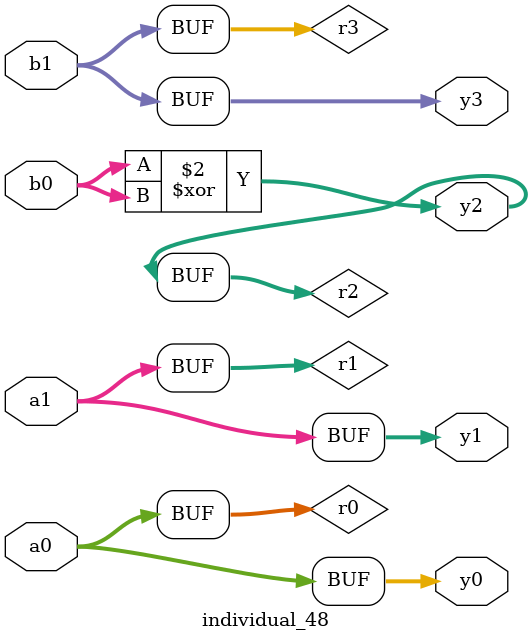
<source format=sv>
module individual_48(input logic [15:0] a1, input logic [15:0] a0, input logic [15:0] b1, input logic [15:0] b0, output logic [15:0] y3, output logic [15:0] y2, output logic [15:0] y1, output logic [15:0] y0);
logic [15:0] r0, r1, r2, r3; 
 always@(*) begin 
	 r0 = a0; r1 = a1; r2 = b0; r3 = b1; 
 	 r2  ^=  b0 ;
 	 y3 = r3; y2 = r2; y1 = r1; y0 = r0; 
end
endmodule
</source>
